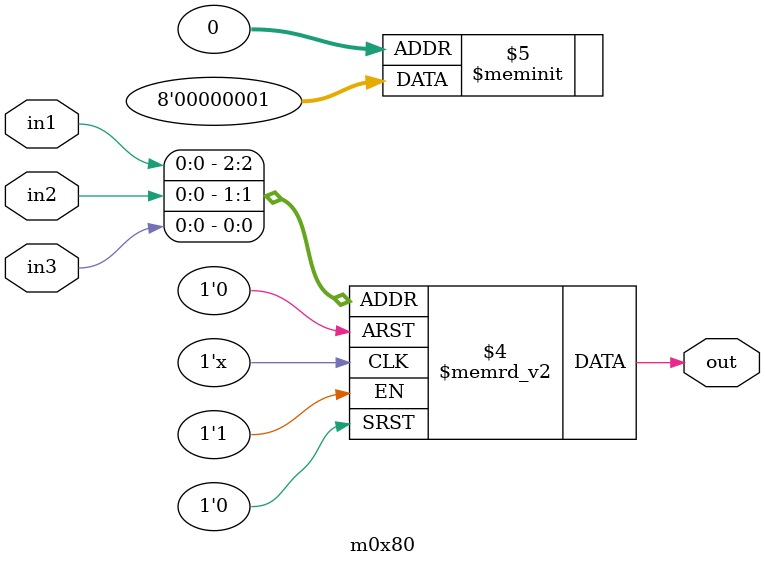
<source format=v>
module m0x80(output out, input in1, in2, in3);

   always @(in1, in2, in3)
     begin
        case({in1, in2, in3})
          3'b000: {out} = 1'b1;
          3'b001: {out} = 1'b0;
          3'b010: {out} = 1'b0;
          3'b011: {out} = 1'b0;
          3'b100: {out} = 1'b0;
          3'b101: {out} = 1'b0;
          3'b110: {out} = 1'b0;
          3'b111: {out} = 1'b0;
        endcase // case ({in1, in2, in3})
     end // always @ (in1, in2, in3)

endmodule // m0x80
</source>
